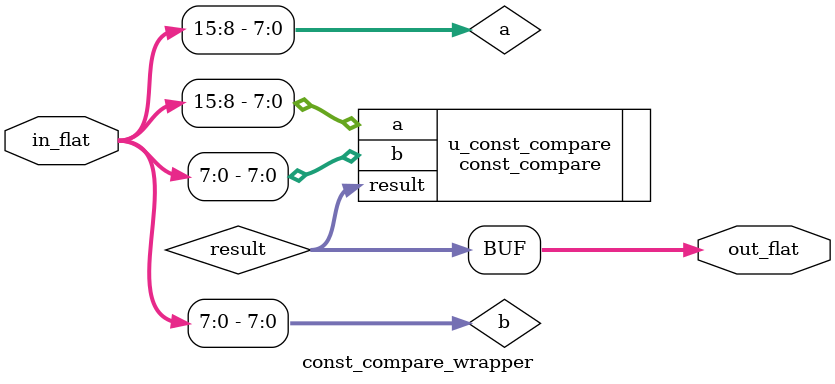
<source format=sv>
`include "sample_const_compare.sv"

module const_compare_wrapper (
    input  wire [15:0] in_flat,
    output wire [2:0] out_flat
);

  // Slice `in_flat` into original inputs
  wire [7:0] a = in_flat[15:8];
  wire [7:0] b = in_flat[7:0];

  // Wires to capture original module outputs
  wire [2:0] result;

  // Instantiate the original module
  const_compare u_const_compare (
    .a(a),
    .b(b),
    .result(result)
  );

  // Pack original outputs into `out_flat`
  assign out_flat[2:0] = result;

endmodule  // const_compare_wrapper
</source>
